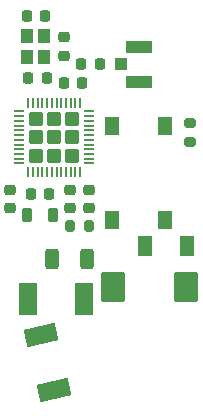
<source format=gbr>
G04 #@! TF.GenerationSoftware,KiCad,Pcbnew,(6.0.2)*
G04 #@! TF.CreationDate,2022-02-18T16:46:09+01:00*
G04 #@! TF.ProjectId,nordic-switch,6e6f7264-6963-42d7-9377-697463682e6b,1.1*
G04 #@! TF.SameCoordinates,Original*
G04 #@! TF.FileFunction,Paste,Top*
G04 #@! TF.FilePolarity,Positive*
%FSLAX46Y46*%
G04 Gerber Fmt 4.6, Leading zero omitted, Abs format (unit mm)*
G04 Created by KiCad (PCBNEW (6.0.2)) date 2022-02-18 16:46:09*
%MOMM*%
%LPD*%
G01*
G04 APERTURE LIST*
G04 Aperture macros list*
%AMRoundRect*
0 Rectangle with rounded corners*
0 $1 Rounding radius*
0 $2 $3 $4 $5 $6 $7 $8 $9 X,Y pos of 4 corners*
0 Add a 4 corners polygon primitive as box body*
4,1,4,$2,$3,$4,$5,$6,$7,$8,$9,$2,$3,0*
0 Add four circle primitives for the rounded corners*
1,1,$1+$1,$2,$3*
1,1,$1+$1,$4,$5*
1,1,$1+$1,$6,$7*
1,1,$1+$1,$8,$9*
0 Add four rect primitives between the rounded corners*
20,1,$1+$1,$2,$3,$4,$5,0*
20,1,$1+$1,$4,$5,$6,$7,0*
20,1,$1+$1,$6,$7,$8,$9,0*
20,1,$1+$1,$8,$9,$2,$3,0*%
%AMRotRect*
0 Rectangle, with rotation*
0 The origin of the aperture is its center*
0 $1 length*
0 $2 width*
0 $3 Rotation angle, in degrees counterclockwise*
0 Add horizontal line*
21,1,$1,$2,0,0,$3*%
G04 Aperture macros list end*
%ADD10R,1.300000X1.550000*%
%ADD11RoundRect,0.225000X-0.250000X0.225000X-0.250000X-0.225000X0.250000X-0.225000X0.250000X0.225000X0*%
%ADD12RoundRect,0.225000X-0.225000X-0.250000X0.225000X-0.250000X0.225000X0.250000X-0.225000X0.250000X0*%
%ADD13RoundRect,0.225000X0.225000X0.250000X-0.225000X0.250000X-0.225000X-0.250000X0.225000X-0.250000X0*%
%ADD14RoundRect,0.218750X0.218750X0.256250X-0.218750X0.256250X-0.218750X-0.256250X0.218750X-0.256250X0*%
%ADD15RoundRect,0.250000X0.370000X-0.370000X0.370000X0.370000X-0.370000X0.370000X-0.370000X-0.370000X0*%
%ADD16RoundRect,0.050000X0.050000X-0.350000X0.050000X0.350000X-0.050000X0.350000X-0.050000X-0.350000X0*%
%ADD17RoundRect,0.050000X0.350000X-0.050000X0.350000X0.050000X-0.350000X0.050000X-0.350000X-0.050000X0*%
%ADD18R,1.000000X1.150000*%
%ADD19RoundRect,0.250000X0.787500X1.025000X-0.787500X1.025000X-0.787500X-1.025000X0.787500X-1.025000X0*%
%ADD20R,1.300000X1.700000*%
%ADD21RotRect,1.500000X2.700000X103.000000*%
%ADD22R,1.500000X2.700000*%
%ADD23RoundRect,0.250000X0.312500X0.625000X-0.312500X0.625000X-0.312500X-0.625000X0.312500X-0.625000X0*%
%ADD24RoundRect,0.200000X-0.275000X0.200000X-0.275000X-0.200000X0.275000X-0.200000X0.275000X0.200000X0*%
%ADD25RoundRect,0.200000X0.200000X0.275000X-0.200000X0.275000X-0.200000X-0.275000X0.200000X-0.275000X0*%
%ADD26R,1.050000X1.000000*%
%ADD27R,2.200000X1.050000*%
%ADD28RoundRect,0.218750X-0.218750X-0.256250X0.218750X-0.256250X0.218750X0.256250X-0.218750X0.256250X0*%
%ADD29RoundRect,0.218750X-0.218750X-0.381250X0.218750X-0.381250X0.218750X0.381250X-0.218750X0.381250X0*%
G04 APERTURE END LIST*
D10*
X146650000Y-103680000D03*
X146650000Y-95720000D03*
X142150000Y-103680000D03*
X142150000Y-95720000D03*
D11*
X133533857Y-101125316D03*
X133533857Y-102675316D03*
D12*
X135046357Y-91712816D03*
X136596357Y-91712816D03*
D11*
X138600000Y-101125000D03*
X138600000Y-102675000D03*
X140200000Y-101125000D03*
X140200000Y-102675000D03*
X138033857Y-88225316D03*
X138033857Y-89775316D03*
D13*
X136496357Y-86412816D03*
X134946357Y-86412816D03*
D14*
X136808857Y-101512816D03*
X135233857Y-101512816D03*
D15*
X137233857Y-96712816D03*
X135703857Y-96712816D03*
X135703857Y-98242816D03*
X137233857Y-95182816D03*
X138763857Y-98242816D03*
X138763857Y-95182816D03*
X138763857Y-96712816D03*
X135703857Y-95182816D03*
X137233857Y-98242816D03*
D16*
X135033857Y-99662816D03*
X135433857Y-99662816D03*
X135833857Y-99662816D03*
X136233857Y-99662816D03*
X136633857Y-99662816D03*
X137033857Y-99662816D03*
X137433857Y-99662816D03*
X137833857Y-99662816D03*
X138233857Y-99662816D03*
X138633857Y-99662816D03*
X139033857Y-99662816D03*
X139433857Y-99662816D03*
D17*
X140183857Y-98912816D03*
X140183857Y-98512816D03*
X140183857Y-98112816D03*
X140183857Y-97712816D03*
X140183857Y-97312816D03*
X140183857Y-96912816D03*
X140183857Y-96512816D03*
X140183857Y-96112816D03*
X140183857Y-95712816D03*
X140183857Y-95312816D03*
X140183857Y-94912816D03*
X140183857Y-94512816D03*
D16*
X139433857Y-93762816D03*
X139033857Y-93762816D03*
X138633857Y-93762816D03*
X138233857Y-93762816D03*
X137833857Y-93762816D03*
X137433857Y-93762816D03*
X137033857Y-93762816D03*
X136633857Y-93762816D03*
X136233857Y-93762816D03*
X135833857Y-93762816D03*
X135433857Y-93762816D03*
X135033857Y-93762816D03*
D17*
X134283857Y-94512816D03*
X134283857Y-94912816D03*
X134283857Y-95312816D03*
X134283857Y-95712816D03*
X134283857Y-96112816D03*
X134283857Y-96512816D03*
X134283857Y-96912816D03*
X134283857Y-97312816D03*
X134283857Y-97712816D03*
X134283857Y-98112816D03*
X134283857Y-98512816D03*
X134283857Y-98912816D03*
D18*
X136333857Y-89862816D03*
X136333857Y-88112816D03*
X134933857Y-88112816D03*
X134933857Y-89862816D03*
D19*
X148412500Y-109400000D03*
X142187500Y-109400000D03*
D20*
X148450000Y-105900000D03*
X144950000Y-105900000D03*
D21*
X137179766Y-118076976D03*
X136100000Y-113400000D03*
D22*
X135000000Y-110400000D03*
X139800000Y-110400000D03*
D23*
X139972500Y-106970000D03*
X137047500Y-106970000D03*
D24*
X148700000Y-95475000D03*
X148700000Y-97125000D03*
D25*
X140200000Y-104200000D03*
X138550000Y-104200000D03*
D26*
X142908857Y-90507816D03*
D27*
X144433857Y-91982816D03*
X144433857Y-89032816D03*
D13*
X139596357Y-92112816D03*
X138046357Y-92112816D03*
D28*
X139533857Y-90512816D03*
X141108857Y-90512816D03*
D29*
X134975000Y-103312816D03*
X137100000Y-103312816D03*
M02*

</source>
